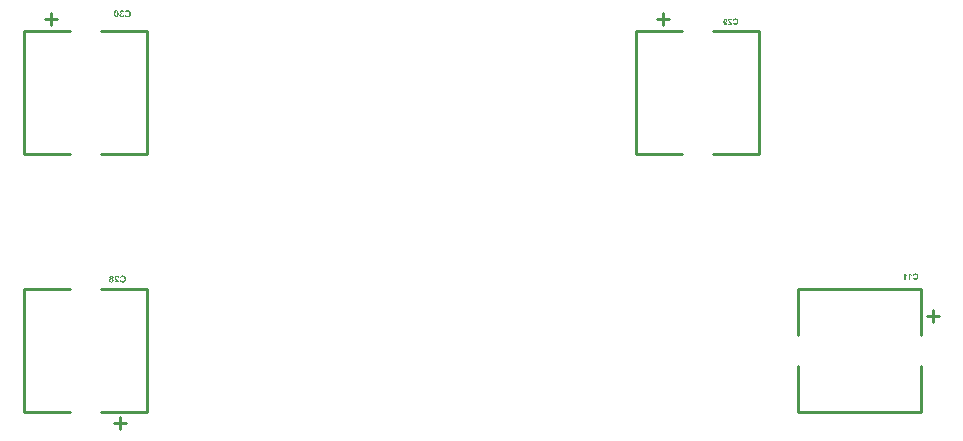
<source format=gbo>
%FSLAX24Y24*%
%MOIN*%
G70*
G01*
G75*
G04 Layer_Color=32896*
%ADD10R,0.0354X0.0315*%
%ADD11R,0.0453X0.0236*%
%ADD12O,0.0827X0.0276*%
%ADD13R,0.0315X0.0354*%
%ADD14R,0.2185X0.2677*%
%ADD15R,0.0394X0.0945*%
%ADD16R,0.2200X0.0830*%
%ADD17R,0.0433X0.0551*%
%ADD18R,0.0551X0.0433*%
%ADD19R,0.0394X0.0512*%
%ADD20R,0.0236X0.0453*%
%ADD21R,0.1575X0.1181*%
%ADD22R,0.0571X0.0236*%
%ADD23R,0.1378X0.0787*%
%ADD24O,0.0827X0.0118*%
%ADD25O,0.0118X0.0827*%
%ADD26R,0.0532X0.0846*%
%ADD27R,0.1350X0.1850*%
%ADD28R,0.0200X0.0940*%
%ADD29R,0.0790X0.0980*%
%ADD30C,0.0080*%
%ADD31C,0.0500*%
%ADD32C,0.0100*%
%ADD33C,0.0120*%
%ADD34C,0.0800*%
%ADD35C,0.0200*%
%ADD36R,0.0591X0.0591*%
%ADD37C,0.0591*%
%ADD38C,0.2000*%
%ADD39R,0.0591X0.0591*%
%ADD40C,0.0394*%
%ADD41R,0.0394X0.0394*%
%ADD42C,0.0984*%
%ADD43C,0.0320*%
%ADD44R,0.1614X0.0787*%
%ADD45R,0.0787X0.1614*%
%ADD46C,0.0098*%
%ADD47C,0.0236*%
%ADD48C,0.0079*%
%ADD49R,0.0434X0.0395*%
%ADD50R,0.0533X0.0316*%
%ADD51O,0.0907X0.0356*%
%ADD52R,0.0395X0.0434*%
%ADD53R,0.2265X0.2757*%
%ADD54R,0.0474X0.1025*%
%ADD55R,0.2280X0.0910*%
%ADD56R,0.0513X0.0631*%
%ADD57R,0.0631X0.0513*%
%ADD58R,0.0474X0.0592*%
%ADD59R,0.0316X0.0533*%
%ADD60R,0.1655X0.1261*%
%ADD61R,0.0651X0.0316*%
%ADD62R,0.1458X0.0867*%
%ADD63R,0.0612X0.0926*%
%ADD64R,0.1430X0.1930*%
%ADD65R,0.0320X0.1060*%
%ADD66R,0.0910X0.1100*%
%ADD67R,0.0671X0.0671*%
%ADD68C,0.0671*%
%ADD69C,0.2080*%
%ADD70R,0.0671X0.0671*%
%ADD71C,0.0514*%
%ADD72R,0.0514X0.0514*%
%ADD73C,0.1064*%
%ADD74C,0.0500*%
%ADD75C,0.0400*%
%ADD76R,0.1694X0.0867*%
%ADD77R,0.0867X0.1694*%
G36*
X19589Y39019D02*
X19595Y39019D01*
X19600Y39018D01*
X19605Y39017D01*
X19610Y39015D01*
X19614Y39014D01*
X19618Y39012D01*
X19621Y39011D01*
X19625Y39009D01*
X19627Y39008D01*
X19629Y39006D01*
X19631Y39005D01*
X19633Y39004D01*
X19634Y39003D01*
X19634Y39003D01*
X19635Y39002D01*
X19638Y38999D01*
X19641Y38996D01*
X19643Y38992D01*
X19645Y38989D01*
X19648Y38981D01*
X19650Y38975D01*
X19652Y38969D01*
X19652Y38966D01*
X19652Y38964D01*
X19653Y38962D01*
Y38961D01*
Y38960D01*
Y38960D01*
X19652Y38954D01*
X19651Y38949D01*
X19650Y38944D01*
X19649Y38940D01*
X19647Y38936D01*
X19646Y38934D01*
X19645Y38932D01*
X19645Y38932D01*
X19642Y38927D01*
X19638Y38923D01*
X19634Y38920D01*
X19629Y38917D01*
X19626Y38915D01*
X19623Y38913D01*
X19621Y38912D01*
X19620Y38912D01*
X19620D01*
X19627Y38908D01*
X19633Y38905D01*
X19638Y38901D01*
X19642Y38897D01*
X19645Y38893D01*
X19648Y38890D01*
X19649Y38888D01*
X19649Y38888D01*
Y38888D01*
X19652Y38882D01*
X19655Y38876D01*
X19656Y38870D01*
X19657Y38864D01*
X19658Y38860D01*
X19658Y38856D01*
Y38855D01*
Y38854D01*
Y38853D01*
Y38853D01*
X19658Y38847D01*
X19657Y38841D01*
X19656Y38835D01*
X19654Y38830D01*
X19653Y38825D01*
X19651Y38821D01*
X19648Y38817D01*
X19646Y38813D01*
X19644Y38810D01*
X19641Y38807D01*
X19639Y38805D01*
X19638Y38803D01*
X19636Y38801D01*
X19635Y38800D01*
X19634Y38800D01*
X19634Y38799D01*
X19630Y38796D01*
X19625Y38794D01*
X19621Y38792D01*
X19617Y38790D01*
X19608Y38787D01*
X19600Y38785D01*
X19596Y38784D01*
X19592Y38784D01*
X19589Y38784D01*
X19587Y38784D01*
X19584Y38783D01*
X19581D01*
X19575Y38784D01*
X19569Y38784D01*
X19564Y38785D01*
X19558Y38786D01*
X19554Y38788D01*
X19549Y38790D01*
X19545Y38791D01*
X19541Y38793D01*
X19538Y38795D01*
X19536Y38797D01*
X19533Y38798D01*
X19531Y38800D01*
X19529Y38801D01*
X19528Y38802D01*
X19528Y38803D01*
X19527Y38803D01*
X19524Y38807D01*
X19521Y38811D01*
X19518Y38815D01*
X19515Y38820D01*
X19513Y38824D01*
X19512Y38828D01*
X19509Y38837D01*
X19508Y38840D01*
X19508Y38844D01*
X19507Y38847D01*
X19507Y38850D01*
X19507Y38852D01*
Y38854D01*
Y38855D01*
Y38855D01*
X19507Y38862D01*
X19508Y38868D01*
X19510Y38874D01*
X19512Y38879D01*
X19513Y38883D01*
X19515Y38886D01*
X19516Y38888D01*
X19517Y38889D01*
X19521Y38894D01*
X19525Y38899D01*
X19530Y38903D01*
X19535Y38906D01*
X19539Y38909D01*
X19542Y38911D01*
X19544Y38911D01*
X19545Y38912D01*
X19546Y38912D01*
X19546D01*
X19540Y38915D01*
X19536Y38918D01*
X19532Y38921D01*
X19529Y38924D01*
X19526Y38927D01*
X19524Y38929D01*
X19523Y38930D01*
X19523Y38931D01*
X19520Y38936D01*
X19518Y38941D01*
X19516Y38946D01*
X19515Y38950D01*
X19514Y38954D01*
X19514Y38957D01*
Y38959D01*
Y38959D01*
Y38960D01*
X19514Y38964D01*
X19515Y38969D01*
X19517Y38977D01*
X19520Y38984D01*
X19523Y38991D01*
X19527Y38996D01*
X19528Y38998D01*
X19529Y38999D01*
X19531Y39001D01*
X19532Y39002D01*
X19532Y39002D01*
X19532Y39002D01*
X19536Y39005D01*
X19540Y39008D01*
X19544Y39010D01*
X19548Y39012D01*
X19556Y39015D01*
X19565Y39017D01*
X19568Y39018D01*
X19572Y39018D01*
X19575Y39019D01*
X19578Y39019D01*
X19580Y39019D01*
X19583D01*
X19589Y39019D01*
D02*
G37*
G36*
X19969Y39022D02*
X19977Y39021D01*
X19985Y39019D01*
X19993Y39017D01*
X19999Y39015D01*
X20006Y39012D01*
X20012Y39009D01*
X20017Y39006D01*
X20022Y39003D01*
X20026Y39000D01*
X20030Y38998D01*
X20033Y38995D01*
X20035Y38993D01*
X20037Y38992D01*
X20038Y38991D01*
X20038Y38990D01*
X20043Y38984D01*
X20048Y38977D01*
X20052Y38970D01*
X20055Y38963D01*
X20058Y38955D01*
X20060Y38948D01*
X20062Y38941D01*
X20064Y38934D01*
X20065Y38927D01*
X20066Y38921D01*
X20067Y38915D01*
X20067Y38910D01*
Y38906D01*
X20068Y38903D01*
Y38901D01*
Y38901D01*
Y38901D01*
X20067Y38891D01*
X20066Y38881D01*
X20065Y38872D01*
X20063Y38864D01*
X20061Y38857D01*
X20058Y38849D01*
X20056Y38843D01*
X20053Y38837D01*
X20050Y38832D01*
X20048Y38827D01*
X20045Y38824D01*
X20043Y38820D01*
X20041Y38818D01*
X20040Y38816D01*
X20039Y38815D01*
X20038Y38815D01*
X20033Y38809D01*
X20027Y38804D01*
X20020Y38800D01*
X20014Y38797D01*
X20008Y38794D01*
X20001Y38791D01*
X19995Y38789D01*
X19990Y38788D01*
X19984Y38786D01*
X19979Y38785D01*
X19974Y38784D01*
X19971Y38784D01*
X19967Y38784D01*
X19965Y38784D01*
X19963D01*
X19956Y38784D01*
X19950Y38784D01*
X19943Y38785D01*
X19938Y38786D01*
X19932Y38788D01*
X19927Y38789D01*
X19923Y38791D01*
X19918Y38793D01*
X19915Y38794D01*
X19911Y38796D01*
X19908Y38797D01*
X19906Y38799D01*
X19904Y38800D01*
X19903Y38801D01*
X19902Y38801D01*
X19902Y38802D01*
X19897Y38805D01*
X19893Y38809D01*
X19886Y38818D01*
X19880Y38828D01*
X19876Y38837D01*
X19873Y38841D01*
X19872Y38845D01*
X19871Y38849D01*
X19869Y38852D01*
X19868Y38854D01*
X19868Y38856D01*
X19867Y38858D01*
Y38858D01*
X19912Y38872D01*
X19915Y38863D01*
X19918Y38855D01*
X19921Y38849D01*
X19924Y38844D01*
X19927Y38840D01*
X19929Y38837D01*
X19931Y38835D01*
X19932Y38835D01*
X19937Y38831D01*
X19942Y38828D01*
X19948Y38826D01*
X19952Y38824D01*
X19957Y38824D01*
X19960Y38823D01*
X19962Y38823D01*
X19963D01*
X19968Y38823D01*
X19972Y38824D01*
X19980Y38826D01*
X19987Y38829D01*
X19993Y38832D01*
X19998Y38836D01*
X20001Y38838D01*
X20002Y38840D01*
X20003Y38841D01*
X20004Y38841D01*
X20004Y38841D01*
X20007Y38845D01*
X20009Y38849D01*
X20011Y38854D01*
X20013Y38859D01*
X20016Y38869D01*
X20018Y38880D01*
X20018Y38885D01*
X20019Y38889D01*
X20019Y38893D01*
Y38897D01*
X20020Y38900D01*
Y38902D01*
Y38904D01*
Y38904D01*
X20019Y38912D01*
X20019Y38919D01*
X20018Y38925D01*
X20017Y38931D01*
X20016Y38936D01*
X20015Y38941D01*
X20013Y38946D01*
X20012Y38950D01*
X20010Y38953D01*
X20009Y38956D01*
X20008Y38958D01*
X20006Y38960D01*
X20005Y38962D01*
X20005Y38963D01*
X20004Y38964D01*
Y38964D01*
X20001Y38967D01*
X19998Y38970D01*
X19994Y38973D01*
X19991Y38975D01*
X19984Y38978D01*
X19977Y38980D01*
X19971Y38982D01*
X19969Y38982D01*
X19967Y38982D01*
X19965Y38983D01*
X19962D01*
X19956Y38982D01*
X19950Y38981D01*
X19944Y38979D01*
X19940Y38977D01*
X19936Y38975D01*
X19933Y38974D01*
X19932Y38972D01*
X19931Y38972D01*
X19927Y38968D01*
X19923Y38963D01*
X19920Y38959D01*
X19917Y38954D01*
X19916Y38950D01*
X19915Y38947D01*
X19914Y38946D01*
Y38945D01*
X19914Y38944D01*
Y38944D01*
X19868Y38955D01*
X19871Y38965D01*
X19875Y38973D01*
X19879Y38980D01*
X19882Y38986D01*
X19886Y38991D01*
X19887Y38993D01*
X19889Y38995D01*
X19890Y38996D01*
X19891Y38997D01*
X19891Y38997D01*
X19891D01*
X19896Y39002D01*
X19902Y39006D01*
X19907Y39009D01*
X19913Y39012D01*
X19919Y39014D01*
X19925Y39016D01*
X19930Y39018D01*
X19936Y39019D01*
X19941Y39020D01*
X19945Y39021D01*
X19949Y39022D01*
X19953Y39022D01*
X19956Y39022D01*
X19960D01*
X19969Y39022D01*
D02*
G37*
G36*
X19767Y39019D02*
X19772Y39019D01*
X19782Y39017D01*
X19791Y39014D01*
X19795Y39013D01*
X19799Y39011D01*
X19802Y39010D01*
X19805Y39008D01*
X19807Y39007D01*
X19809Y39006D01*
X19811Y39005D01*
X19812Y39004D01*
X19813Y39004D01*
X19813Y39003D01*
X19817Y39000D01*
X19820Y38997D01*
X19823Y38993D01*
X19826Y38988D01*
X19830Y38980D01*
X19833Y38971D01*
X19834Y38967D01*
X19835Y38963D01*
X19836Y38960D01*
X19836Y38957D01*
X19837Y38954D01*
Y38953D01*
X19837Y38951D01*
Y38951D01*
X19793Y38947D01*
X19793Y38953D01*
X19791Y38959D01*
X19790Y38964D01*
X19788Y38968D01*
X19787Y38971D01*
X19786Y38973D01*
X19785Y38974D01*
X19784Y38974D01*
X19781Y38977D01*
X19777Y38979D01*
X19774Y38981D01*
X19770Y38982D01*
X19767Y38982D01*
X19764Y38983D01*
X19762D01*
X19757Y38982D01*
X19753Y38981D01*
X19749Y38980D01*
X19746Y38979D01*
X19743Y38977D01*
X19741Y38976D01*
X19740Y38975D01*
X19740Y38975D01*
X19737Y38971D01*
X19735Y38968D01*
X19734Y38964D01*
X19733Y38960D01*
X19732Y38957D01*
X19732Y38954D01*
Y38952D01*
Y38952D01*
Y38952D01*
X19732Y38947D01*
X19733Y38942D01*
X19735Y38937D01*
X19737Y38933D01*
X19738Y38930D01*
X19740Y38927D01*
X19741Y38925D01*
X19741Y38925D01*
X19743Y38923D01*
X19745Y38920D01*
X19747Y38917D01*
X19750Y38915D01*
X19756Y38908D01*
X19762Y38902D01*
X19768Y38896D01*
X19771Y38893D01*
X19773Y38891D01*
X19775Y38889D01*
X19777Y38888D01*
X19778Y38887D01*
X19778Y38887D01*
X19785Y38880D01*
X19791Y38874D01*
X19796Y38869D01*
X19801Y38864D01*
X19806Y38859D01*
X19810Y38854D01*
X19814Y38850D01*
X19817Y38846D01*
X19819Y38843D01*
X19822Y38840D01*
X19824Y38837D01*
X19825Y38835D01*
X19826Y38834D01*
X19827Y38832D01*
X19828Y38832D01*
Y38831D01*
X19832Y38824D01*
X19835Y38816D01*
X19838Y38808D01*
X19840Y38802D01*
X19841Y38796D01*
X19842Y38793D01*
X19842Y38791D01*
X19842Y38790D01*
X19843Y38788D01*
Y38788D01*
Y38788D01*
X19688D01*
Y38828D01*
X19776D01*
X19773Y38833D01*
X19770Y38836D01*
X19769Y38838D01*
X19768Y38839D01*
X19767Y38840D01*
X19767Y38840D01*
X19765Y38842D01*
X19764Y38843D01*
X19760Y38847D01*
X19756Y38851D01*
X19751Y38856D01*
X19747Y38860D01*
X19743Y38863D01*
X19742Y38864D01*
X19741Y38865D01*
X19740Y38866D01*
X19740Y38866D01*
X19733Y38873D01*
X19727Y38879D01*
X19722Y38884D01*
X19718Y38888D01*
X19715Y38891D01*
X19713Y38894D01*
X19711Y38895D01*
X19711Y38896D01*
X19707Y38901D01*
X19703Y38907D01*
X19700Y38912D01*
X19698Y38916D01*
X19696Y38920D01*
X19694Y38923D01*
X19694Y38924D01*
X19693Y38925D01*
X19691Y38930D01*
X19690Y38936D01*
X19689Y38941D01*
X19688Y38945D01*
X19688Y38949D01*
X19688Y38952D01*
Y38954D01*
Y38955D01*
X19688Y38960D01*
X19689Y38965D01*
X19689Y38969D01*
X19691Y38974D01*
X19694Y38981D01*
X19697Y38988D01*
X19699Y38991D01*
X19701Y38993D01*
X19703Y38996D01*
X19704Y38997D01*
X19706Y38999D01*
X19706Y39000D01*
X19707Y39000D01*
X19707Y39001D01*
X19711Y39004D01*
X19715Y39007D01*
X19719Y39009D01*
X19724Y39011D01*
X19733Y39015D01*
X19741Y39017D01*
X19745Y39018D01*
X19749Y39018D01*
X19752Y39019D01*
X19755Y39019D01*
X19758Y39019D01*
X19761D01*
X19767Y39019D01*
D02*
G37*
G36*
X19751Y47861D02*
X19757Y47861D01*
X19763Y47859D01*
X19768Y47858D01*
X19772Y47856D01*
X19777Y47854D01*
X19780Y47852D01*
X19784Y47850D01*
X19787Y47847D01*
X19790Y47845D01*
X19792Y47843D01*
X19794Y47841D01*
X19796Y47840D01*
X19797Y47839D01*
X19797Y47838D01*
X19798Y47838D01*
X19802Y47832D01*
X19805Y47825D01*
X19808Y47818D01*
X19811Y47811D01*
X19813Y47803D01*
X19815Y47796D01*
X19816Y47788D01*
X19817Y47780D01*
X19818Y47773D01*
X19819Y47766D01*
X19819Y47760D01*
X19820Y47755D01*
X19820Y47750D01*
Y47747D01*
Y47746D01*
Y47745D01*
Y47744D01*
Y47744D01*
X19820Y47732D01*
X19819Y47721D01*
X19818Y47711D01*
X19817Y47701D01*
X19815Y47693D01*
X19814Y47685D01*
X19812Y47679D01*
X19810Y47673D01*
X19808Y47668D01*
X19806Y47663D01*
X19804Y47659D01*
X19803Y47656D01*
X19802Y47654D01*
X19801Y47653D01*
X19800Y47652D01*
X19800Y47651D01*
X19796Y47647D01*
X19791Y47643D01*
X19787Y47639D01*
X19782Y47637D01*
X19778Y47634D01*
X19773Y47632D01*
X19769Y47630D01*
X19765Y47629D01*
X19761Y47628D01*
X19757Y47627D01*
X19754Y47626D01*
X19751Y47626D01*
X19749D01*
X19747Y47626D01*
X19745D01*
X19739Y47626D01*
X19734Y47627D01*
X19728Y47628D01*
X19723Y47629D01*
X19719Y47631D01*
X19714Y47633D01*
X19711Y47635D01*
X19707Y47638D01*
X19704Y47640D01*
X19701Y47642D01*
X19699Y47644D01*
X19697Y47646D01*
X19695Y47647D01*
X19694Y47648D01*
X19694Y47649D01*
X19693Y47649D01*
X19689Y47655D01*
X19686Y47662D01*
X19683Y47669D01*
X19680Y47676D01*
X19678Y47684D01*
X19676Y47692D01*
X19675Y47700D01*
X19673Y47707D01*
X19673Y47715D01*
X19672Y47721D01*
X19671Y47728D01*
X19671Y47733D01*
X19671Y47737D01*
Y47741D01*
Y47742D01*
Y47743D01*
Y47743D01*
Y47744D01*
X19671Y47756D01*
X19672Y47767D01*
X19673Y47777D01*
X19674Y47786D01*
X19676Y47794D01*
X19678Y47802D01*
X19680Y47809D01*
X19682Y47815D01*
X19684Y47821D01*
X19686Y47825D01*
X19688Y47829D01*
X19690Y47832D01*
X19691Y47835D01*
X19692Y47836D01*
X19693Y47837D01*
X19693Y47838D01*
X19697Y47842D01*
X19701Y47846D01*
X19705Y47849D01*
X19710Y47852D01*
X19714Y47854D01*
X19718Y47856D01*
X19722Y47857D01*
X19727Y47859D01*
X19730Y47860D01*
X19734Y47860D01*
X19737Y47861D01*
X19740Y47861D01*
X19742Y47862D01*
X19745D01*
X19751Y47861D01*
D02*
G37*
G36*
X20131Y47864D02*
X20140Y47863D01*
X20147Y47862D01*
X20155Y47860D01*
X20162Y47857D01*
X20168Y47855D01*
X20174Y47852D01*
X20179Y47849D01*
X20184Y47846D01*
X20188Y47843D01*
X20192Y47840D01*
X20195Y47838D01*
X20197Y47836D01*
X20199Y47834D01*
X20200Y47833D01*
X20200Y47833D01*
X20206Y47826D01*
X20210Y47820D01*
X20214Y47813D01*
X20217Y47805D01*
X20220Y47798D01*
X20223Y47791D01*
X20225Y47783D01*
X20226Y47776D01*
X20228Y47769D01*
X20228Y47763D01*
X20229Y47758D01*
X20230Y47753D01*
Y47749D01*
X20230Y47746D01*
Y47744D01*
Y47744D01*
Y47743D01*
X20230Y47733D01*
X20229Y47724D01*
X20227Y47715D01*
X20225Y47707D01*
X20223Y47699D01*
X20221Y47692D01*
X20218Y47686D01*
X20215Y47680D01*
X20213Y47675D01*
X20210Y47670D01*
X20207Y47666D01*
X20205Y47663D01*
X20203Y47661D01*
X20202Y47659D01*
X20201Y47658D01*
X20201Y47657D01*
X20195Y47652D01*
X20189Y47647D01*
X20183Y47643D01*
X20176Y47639D01*
X20170Y47636D01*
X20164Y47634D01*
X20158Y47632D01*
X20152Y47630D01*
X20146Y47629D01*
X20141Y47628D01*
X20137Y47627D01*
X20133Y47627D01*
X20130Y47626D01*
X20127Y47626D01*
X20125D01*
X20118Y47626D01*
X20112Y47627D01*
X20106Y47628D01*
X20100Y47629D01*
X20095Y47630D01*
X20090Y47632D01*
X20085Y47633D01*
X20081Y47635D01*
X20077Y47637D01*
X20074Y47639D01*
X20071Y47640D01*
X20069Y47641D01*
X20066Y47643D01*
X20065Y47644D01*
X20064Y47644D01*
X20064Y47644D01*
X20060Y47648D01*
X20056Y47652D01*
X20049Y47661D01*
X20043Y47670D01*
X20038Y47679D01*
X20036Y47684D01*
X20034Y47688D01*
X20033Y47691D01*
X20032Y47694D01*
X20031Y47697D01*
X20030Y47699D01*
X20030Y47700D01*
Y47701D01*
X20075Y47715D01*
X20077Y47706D01*
X20080Y47698D01*
X20083Y47692D01*
X20087Y47686D01*
X20089Y47682D01*
X20092Y47680D01*
X20093Y47678D01*
X20094Y47677D01*
X20099Y47673D01*
X20105Y47671D01*
X20110Y47669D01*
X20115Y47667D01*
X20119Y47666D01*
X20123Y47666D01*
X20124Y47666D01*
X20126D01*
X20130Y47666D01*
X20135Y47666D01*
X20143Y47669D01*
X20150Y47671D01*
X20155Y47675D01*
X20160Y47678D01*
X20163Y47681D01*
X20165Y47682D01*
X20166Y47683D01*
X20166Y47684D01*
X20166Y47684D01*
X20169Y47688D01*
X20171Y47692D01*
X20174Y47697D01*
X20175Y47702D01*
X20178Y47712D01*
X20180Y47722D01*
X20181Y47727D01*
X20181Y47732D01*
X20182Y47736D01*
Y47740D01*
X20182Y47742D01*
Y47745D01*
Y47746D01*
Y47747D01*
X20182Y47754D01*
X20181Y47761D01*
X20181Y47768D01*
X20180Y47774D01*
X20178Y47779D01*
X20177Y47784D01*
X20176Y47788D01*
X20174Y47792D01*
X20173Y47796D01*
X20171Y47799D01*
X20170Y47801D01*
X20169Y47803D01*
X20168Y47804D01*
X20167Y47805D01*
X20166Y47806D01*
Y47806D01*
X20163Y47810D01*
X20160Y47813D01*
X20157Y47815D01*
X20153Y47817D01*
X20146Y47820D01*
X20139Y47823D01*
X20134Y47824D01*
X20131Y47824D01*
X20129Y47825D01*
X20127Y47825D01*
X20125D01*
X20118Y47825D01*
X20112Y47823D01*
X20107Y47822D01*
X20102Y47820D01*
X20098Y47818D01*
X20096Y47816D01*
X20094Y47815D01*
X20093Y47814D01*
X20089Y47810D01*
X20085Y47806D01*
X20082Y47801D01*
X20080Y47797D01*
X20078Y47793D01*
X20077Y47790D01*
X20076Y47788D01*
Y47787D01*
X20076Y47787D01*
Y47787D01*
X20030Y47797D01*
X20034Y47807D01*
X20037Y47815D01*
X20041Y47823D01*
X20045Y47829D01*
X20049Y47833D01*
X20050Y47835D01*
X20051Y47837D01*
X20052Y47838D01*
X20053Y47839D01*
X20054Y47840D01*
X20054D01*
X20059Y47844D01*
X20064Y47848D01*
X20070Y47851D01*
X20075Y47854D01*
X20081Y47857D01*
X20087Y47859D01*
X20093Y47860D01*
X20098Y47862D01*
X20103Y47863D01*
X20108Y47863D01*
X20112Y47864D01*
X20115Y47864D01*
X20118Y47865D01*
X20122D01*
X20131Y47864D01*
D02*
G37*
G36*
X19934Y47861D02*
X19940Y47861D01*
X19946Y47859D01*
X19951Y47858D01*
X19955Y47857D01*
X19958Y47855D01*
X19960Y47855D01*
X19961Y47854D01*
X19961D01*
X19966Y47851D01*
X19971Y47848D01*
X19975Y47845D01*
X19979Y47842D01*
X19981Y47839D01*
X19983Y47836D01*
X19985Y47835D01*
X19985Y47834D01*
X19988Y47829D01*
X19991Y47824D01*
X19993Y47818D01*
X19995Y47813D01*
X19996Y47808D01*
X19997Y47804D01*
X19997Y47803D01*
Y47802D01*
X19998Y47801D01*
Y47801D01*
X19957Y47794D01*
X19956Y47800D01*
X19955Y47804D01*
X19953Y47808D01*
X19952Y47811D01*
X19950Y47814D01*
X19949Y47816D01*
X19948Y47817D01*
X19947Y47817D01*
X19944Y47820D01*
X19941Y47822D01*
X19938Y47823D01*
X19935Y47824D01*
X19932Y47825D01*
X19930Y47825D01*
X19928D01*
X19924Y47825D01*
X19920Y47824D01*
X19917Y47823D01*
X19914Y47822D01*
X19912Y47820D01*
X19911Y47819D01*
X19910Y47818D01*
X19909Y47818D01*
X19907Y47815D01*
X19905Y47812D01*
X19904Y47809D01*
X19903Y47806D01*
X19903Y47803D01*
X19902Y47801D01*
Y47800D01*
Y47800D01*
X19903Y47794D01*
X19904Y47790D01*
X19905Y47787D01*
X19907Y47784D01*
X19909Y47781D01*
X19910Y47779D01*
X19912Y47778D01*
X19912Y47778D01*
X19916Y47775D01*
X19920Y47773D01*
X19925Y47772D01*
X19929Y47771D01*
X19933Y47770D01*
X19937Y47770D01*
X19940D01*
X19944Y47734D01*
X19940Y47735D01*
X19936Y47736D01*
X19933Y47737D01*
X19930Y47737D01*
X19927Y47738D01*
X19924D01*
X19919Y47737D01*
X19915Y47736D01*
X19912Y47735D01*
X19908Y47733D01*
X19906Y47731D01*
X19904Y47729D01*
X19903Y47728D01*
X19902Y47728D01*
X19899Y47724D01*
X19897Y47719D01*
X19895Y47715D01*
X19894Y47711D01*
X19893Y47707D01*
X19893Y47704D01*
Y47702D01*
Y47701D01*
Y47701D01*
X19893Y47695D01*
X19894Y47689D01*
X19896Y47684D01*
X19898Y47680D01*
X19900Y47677D01*
X19901Y47675D01*
X19902Y47673D01*
X19903Y47673D01*
X19906Y47669D01*
X19910Y47667D01*
X19914Y47665D01*
X19918Y47664D01*
X19921Y47663D01*
X19923Y47663D01*
X19925Y47662D01*
X19926D01*
X19930Y47663D01*
X19934Y47664D01*
X19938Y47665D01*
X19941Y47667D01*
X19944Y47668D01*
X19946Y47669D01*
X19947Y47670D01*
X19947Y47671D01*
X19950Y47674D01*
X19953Y47678D01*
X19955Y47683D01*
X19956Y47687D01*
X19957Y47690D01*
X19958Y47693D01*
X19958Y47695D01*
Y47696D01*
Y47696D01*
X20001Y47691D01*
X20000Y47685D01*
X19999Y47680D01*
X19996Y47671D01*
X19992Y47663D01*
X19990Y47660D01*
X19988Y47656D01*
X19986Y47653D01*
X19984Y47651D01*
X19982Y47649D01*
X19981Y47647D01*
X19979Y47646D01*
X19978Y47645D01*
X19978Y47644D01*
X19977Y47644D01*
X19973Y47641D01*
X19969Y47638D01*
X19965Y47635D01*
X19960Y47633D01*
X19952Y47630D01*
X19944Y47628D01*
X19940Y47627D01*
X19936Y47627D01*
X19933Y47626D01*
X19931Y47626D01*
X19928Y47626D01*
X19925D01*
X19919Y47626D01*
X19913Y47627D01*
X19908Y47628D01*
X19903Y47629D01*
X19898Y47631D01*
X19893Y47632D01*
X19889Y47634D01*
X19885Y47636D01*
X19882Y47638D01*
X19879Y47640D01*
X19876Y47642D01*
X19874Y47644D01*
X19872Y47645D01*
X19871Y47646D01*
X19870Y47647D01*
X19870Y47647D01*
X19866Y47651D01*
X19863Y47655D01*
X19860Y47660D01*
X19857Y47664D01*
X19855Y47669D01*
X19853Y47673D01*
X19850Y47681D01*
X19850Y47685D01*
X19849Y47688D01*
X19848Y47691D01*
X19848Y47694D01*
X19848Y47696D01*
Y47698D01*
Y47699D01*
Y47699D01*
X19848Y47707D01*
X19850Y47713D01*
X19851Y47720D01*
X19854Y47725D01*
X19856Y47729D01*
X19858Y47732D01*
X19859Y47734D01*
X19860Y47735D01*
X19864Y47740D01*
X19870Y47744D01*
X19875Y47747D01*
X19880Y47750D01*
X19884Y47752D01*
X19888Y47753D01*
X19889Y47754D01*
X19890D01*
X19891Y47754D01*
X19891D01*
X19885Y47758D01*
X19880Y47761D01*
X19876Y47765D01*
X19872Y47769D01*
X19869Y47773D01*
X19866Y47777D01*
X19864Y47781D01*
X19862Y47785D01*
X19861Y47789D01*
X19860Y47792D01*
X19859Y47795D01*
X19859Y47797D01*
X19858Y47800D01*
X19858Y47801D01*
Y47802D01*
Y47802D01*
X19858Y47806D01*
X19859Y47810D01*
X19861Y47817D01*
X19863Y47824D01*
X19866Y47830D01*
X19869Y47834D01*
X19872Y47838D01*
X19873Y47839D01*
X19874Y47840D01*
X19874Y47840D01*
X19874Y47841D01*
X19878Y47844D01*
X19882Y47848D01*
X19886Y47850D01*
X19891Y47853D01*
X19895Y47855D01*
X19900Y47857D01*
X19908Y47859D01*
X19912Y47860D01*
X19915Y47861D01*
X19918Y47861D01*
X19921Y47861D01*
X19924Y47862D01*
X19927D01*
X19934Y47861D01*
D02*
G37*
G36*
X40392Y47588D02*
X40400Y47587D01*
X40407Y47586D01*
X40413Y47584D01*
X40419Y47582D01*
X40425Y47580D01*
X40430Y47577D01*
X40435Y47574D01*
X40439Y47572D01*
X40443Y47569D01*
X40446Y47567D01*
X40449Y47565D01*
X40451Y47563D01*
X40452Y47561D01*
X40453Y47561D01*
X40454Y47560D01*
X40458Y47555D01*
X40462Y47549D01*
X40466Y47543D01*
X40469Y47536D01*
X40471Y47529D01*
X40473Y47523D01*
X40475Y47516D01*
X40477Y47510D01*
X40478Y47504D01*
X40479Y47498D01*
X40479Y47493D01*
X40480Y47489D01*
Y47486D01*
X40480Y47483D01*
Y47481D01*
Y47481D01*
Y47481D01*
X40480Y47472D01*
X40479Y47463D01*
X40478Y47455D01*
X40476Y47448D01*
X40474Y47442D01*
X40472Y47435D01*
X40469Y47429D01*
X40467Y47424D01*
X40465Y47420D01*
X40462Y47416D01*
X40460Y47412D01*
X40458Y47409D01*
X40456Y47407D01*
X40455Y47405D01*
X40454Y47405D01*
X40454Y47404D01*
X40449Y47399D01*
X40444Y47395D01*
X40438Y47391D01*
X40432Y47388D01*
X40427Y47386D01*
X40421Y47383D01*
X40416Y47381D01*
X40411Y47380D01*
X40406Y47379D01*
X40401Y47378D01*
X40397Y47377D01*
X40394Y47377D01*
X40391Y47377D01*
X40389Y47376D01*
X40387D01*
X40381Y47377D01*
X40375Y47377D01*
X40370Y47378D01*
X40365Y47379D01*
X40360Y47380D01*
X40355Y47381D01*
X40351Y47383D01*
X40347Y47385D01*
X40344Y47386D01*
X40341Y47388D01*
X40339Y47389D01*
X40336Y47390D01*
X40335Y47391D01*
X40333Y47392D01*
X40333Y47392D01*
X40333Y47393D01*
X40329Y47396D01*
X40325Y47400D01*
X40319Y47408D01*
X40313Y47416D01*
X40309Y47424D01*
X40307Y47428D01*
X40306Y47431D01*
X40305Y47434D01*
X40304Y47437D01*
X40303Y47439D01*
X40302Y47441D01*
X40302Y47442D01*
Y47443D01*
X40342Y47455D01*
X40344Y47447D01*
X40347Y47440D01*
X40350Y47435D01*
X40353Y47430D01*
X40355Y47426D01*
X40357Y47424D01*
X40359Y47423D01*
X40359Y47422D01*
X40364Y47418D01*
X40369Y47416D01*
X40373Y47414D01*
X40378Y47413D01*
X40381Y47412D01*
X40385Y47412D01*
X40386Y47412D01*
X40387D01*
X40392Y47412D01*
X40395Y47412D01*
X40402Y47414D01*
X40409Y47417D01*
X40414Y47420D01*
X40418Y47423D01*
X40421Y47425D01*
X40422Y47426D01*
X40423Y47427D01*
X40423Y47428D01*
X40423Y47428D01*
X40426Y47431D01*
X40428Y47435D01*
X40430Y47439D01*
X40431Y47444D01*
X40434Y47453D01*
X40436Y47462D01*
X40436Y47466D01*
X40436Y47470D01*
X40437Y47474D01*
Y47477D01*
X40437Y47480D01*
Y47482D01*
Y47483D01*
Y47484D01*
X40437Y47490D01*
X40437Y47497D01*
X40436Y47502D01*
X40435Y47508D01*
X40434Y47512D01*
X40433Y47517D01*
X40432Y47521D01*
X40430Y47524D01*
X40429Y47527D01*
X40428Y47530D01*
X40427Y47532D01*
X40426Y47534D01*
X40425Y47535D01*
X40424Y47536D01*
X40423Y47537D01*
Y47537D01*
X40421Y47540D01*
X40418Y47543D01*
X40415Y47545D01*
X40412Y47546D01*
X40405Y47549D01*
X40399Y47551D01*
X40394Y47553D01*
X40392Y47553D01*
X40390Y47553D01*
X40389Y47553D01*
X40386D01*
X40381Y47553D01*
X40375Y47552D01*
X40370Y47551D01*
X40366Y47549D01*
X40363Y47547D01*
X40361Y47545D01*
X40359Y47544D01*
X40359Y47544D01*
X40355Y47540D01*
X40351Y47536D01*
X40349Y47532D01*
X40346Y47528D01*
X40345Y47524D01*
X40344Y47522D01*
X40344Y47521D01*
Y47520D01*
X40343Y47519D01*
Y47519D01*
X40302Y47529D01*
X40305Y47537D01*
X40309Y47545D01*
X40312Y47551D01*
X40315Y47557D01*
X40319Y47561D01*
X40320Y47563D01*
X40321Y47564D01*
X40322Y47565D01*
X40323Y47566D01*
X40323Y47566D01*
X40323D01*
X40328Y47570D01*
X40333Y47574D01*
X40338Y47577D01*
X40343Y47579D01*
X40348Y47582D01*
X40353Y47583D01*
X40358Y47585D01*
X40363Y47586D01*
X40367Y47587D01*
X40371Y47587D01*
X40375Y47588D01*
X40378Y47588D01*
X40381Y47589D01*
X40384D01*
X40392Y47588D01*
D02*
G37*
G36*
X46392Y39088D02*
X46400Y39088D01*
X46407Y39086D01*
X46413Y39084D01*
X46419Y39082D01*
X46425Y39080D01*
X46430Y39077D01*
X46435Y39074D01*
X46439Y39072D01*
X46443Y39069D01*
X46446Y39067D01*
X46449Y39065D01*
X46451Y39063D01*
X46452Y39061D01*
X46453Y39061D01*
X46454Y39060D01*
X46458Y39055D01*
X46462Y39049D01*
X46466Y39042D01*
X46469Y39036D01*
X46471Y39029D01*
X46473Y39023D01*
X46475Y39016D01*
X46477Y39010D01*
X46478Y39004D01*
X46479Y38998D01*
X46479Y38993D01*
X46480Y38989D01*
Y38986D01*
X46480Y38983D01*
Y38981D01*
Y38981D01*
Y38981D01*
X46480Y38972D01*
X46479Y38963D01*
X46478Y38955D01*
X46476Y38948D01*
X46474Y38942D01*
X46472Y38935D01*
X46469Y38929D01*
X46467Y38924D01*
X46465Y38920D01*
X46462Y38916D01*
X46460Y38912D01*
X46458Y38909D01*
X46456Y38907D01*
X46455Y38905D01*
X46454Y38905D01*
X46454Y38904D01*
X46449Y38899D01*
X46444Y38895D01*
X46438Y38891D01*
X46432Y38888D01*
X46427Y38886D01*
X46421Y38883D01*
X46416Y38881D01*
X46411Y38880D01*
X46406Y38879D01*
X46401Y38878D01*
X46397Y38877D01*
X46394Y38877D01*
X46391Y38877D01*
X46389Y38876D01*
X46387D01*
X46381Y38877D01*
X46375Y38877D01*
X46370Y38878D01*
X46365Y38879D01*
X46360Y38880D01*
X46355Y38881D01*
X46351Y38883D01*
X46347Y38885D01*
X46344Y38886D01*
X46341Y38888D01*
X46339Y38889D01*
X46336Y38890D01*
X46335Y38891D01*
X46333Y38892D01*
X46333Y38892D01*
X46333Y38893D01*
X46329Y38896D01*
X46325Y38900D01*
X46319Y38908D01*
X46313Y38916D01*
X46309Y38924D01*
X46307Y38928D01*
X46306Y38931D01*
X46305Y38934D01*
X46304Y38937D01*
X46303Y38939D01*
X46302Y38941D01*
X46302Y38942D01*
Y38943D01*
X46342Y38955D01*
X46344Y38947D01*
X46347Y38940D01*
X46350Y38935D01*
X46353Y38930D01*
X46355Y38926D01*
X46357Y38924D01*
X46359Y38923D01*
X46359Y38922D01*
X46364Y38918D01*
X46369Y38916D01*
X46373Y38914D01*
X46378Y38913D01*
X46381Y38912D01*
X46385Y38912D01*
X46386Y38912D01*
X46387D01*
X46392Y38912D01*
X46395Y38912D01*
X46402Y38914D01*
X46409Y38917D01*
X46414Y38920D01*
X46418Y38923D01*
X46421Y38925D01*
X46422Y38926D01*
X46423Y38927D01*
X46423Y38928D01*
X46423Y38928D01*
X46426Y38931D01*
X46428Y38935D01*
X46430Y38939D01*
X46431Y38944D01*
X46434Y38953D01*
X46436Y38962D01*
X46436Y38966D01*
X46436Y38970D01*
X46437Y38974D01*
Y38977D01*
X46437Y38980D01*
Y38982D01*
Y38983D01*
Y38984D01*
X46437Y38990D01*
X46437Y38997D01*
X46436Y39002D01*
X46435Y39008D01*
X46434Y39012D01*
X46433Y39017D01*
X46432Y39021D01*
X46430Y39024D01*
X46429Y39027D01*
X46428Y39030D01*
X46427Y39032D01*
X46426Y39034D01*
X46425Y39035D01*
X46424Y39036D01*
X46423Y39037D01*
Y39037D01*
X46421Y39040D01*
X46418Y39042D01*
X46415Y39045D01*
X46412Y39046D01*
X46405Y39049D01*
X46399Y39051D01*
X46394Y39053D01*
X46392Y39053D01*
X46390Y39053D01*
X46389Y39053D01*
X46386D01*
X46381Y39053D01*
X46375Y39052D01*
X46370Y39051D01*
X46366Y39049D01*
X46363Y39047D01*
X46361Y39045D01*
X46359Y39044D01*
X46359Y39044D01*
X46355Y39040D01*
X46351Y39036D01*
X46349Y39032D01*
X46347Y39028D01*
X46345Y39024D01*
X46344Y39022D01*
X46344Y39021D01*
Y39020D01*
X46343Y39019D01*
Y39019D01*
X46302Y39029D01*
X46305Y39037D01*
X46309Y39045D01*
X46312Y39051D01*
X46315Y39057D01*
X46319Y39061D01*
X46320Y39063D01*
X46321Y39064D01*
X46322Y39065D01*
X46323Y39066D01*
X46323Y39066D01*
X46323D01*
X46328Y39070D01*
X46333Y39074D01*
X46338Y39077D01*
X46343Y39079D01*
X46348Y39082D01*
X46353Y39083D01*
X46358Y39085D01*
X46363Y39086D01*
X46367Y39087D01*
X46371Y39088D01*
X46375Y39088D01*
X46378Y39088D01*
X46381Y39089D01*
X46384D01*
X46392Y39088D01*
D02*
G37*
G36*
X40212Y47586D02*
X40217Y47585D01*
X40226Y47584D01*
X40234Y47582D01*
X40238Y47580D01*
X40241Y47579D01*
X40244Y47578D01*
X40246Y47576D01*
X40249Y47575D01*
X40250Y47574D01*
X40252Y47573D01*
X40253Y47572D01*
X40253Y47572D01*
X40254Y47572D01*
X40257Y47569D01*
X40260Y47566D01*
X40262Y47562D01*
X40265Y47558D01*
X40268Y47551D01*
X40271Y47543D01*
X40272Y47540D01*
X40273Y47536D01*
X40274Y47533D01*
X40274Y47531D01*
X40275Y47528D01*
Y47527D01*
X40275Y47526D01*
Y47525D01*
X40236Y47521D01*
X40236Y47527D01*
X40234Y47532D01*
X40233Y47537D01*
X40232Y47540D01*
X40230Y47543D01*
X40229Y47545D01*
X40228Y47546D01*
X40228Y47546D01*
X40225Y47548D01*
X40222Y47550D01*
X40219Y47552D01*
X40215Y47553D01*
X40213Y47553D01*
X40210Y47553D01*
X40208D01*
X40204Y47553D01*
X40200Y47552D01*
X40197Y47551D01*
X40194Y47550D01*
X40192Y47549D01*
X40190Y47548D01*
X40189Y47547D01*
X40189Y47546D01*
X40186Y47543D01*
X40185Y47540D01*
X40183Y47537D01*
X40183Y47534D01*
X40182Y47531D01*
X40182Y47528D01*
Y47527D01*
Y47526D01*
Y47526D01*
X40182Y47521D01*
X40183Y47517D01*
X40184Y47513D01*
X40186Y47510D01*
X40187Y47506D01*
X40189Y47504D01*
X40190Y47503D01*
X40190Y47502D01*
X40191Y47500D01*
X40193Y47498D01*
X40195Y47495D01*
X40198Y47493D01*
X40203Y47487D01*
X40208Y47482D01*
X40214Y47477D01*
X40216Y47474D01*
X40218Y47472D01*
X40220Y47471D01*
X40221Y47469D01*
X40222Y47469D01*
X40222Y47468D01*
X40228Y47463D01*
X40234Y47457D01*
X40239Y47452D01*
X40243Y47448D01*
X40247Y47443D01*
X40251Y47439D01*
X40254Y47436D01*
X40257Y47432D01*
X40259Y47429D01*
X40261Y47426D01*
X40263Y47424D01*
X40264Y47422D01*
X40265Y47421D01*
X40266Y47420D01*
X40267Y47419D01*
Y47419D01*
X40270Y47412D01*
X40273Y47405D01*
X40276Y47399D01*
X40278Y47393D01*
X40279Y47387D01*
X40279Y47385D01*
X40279Y47384D01*
X40280Y47382D01*
X40280Y47381D01*
Y47380D01*
Y47380D01*
X40142D01*
Y47416D01*
X40220D01*
X40218Y47420D01*
X40215Y47424D01*
X40214Y47425D01*
X40213Y47426D01*
X40213Y47427D01*
X40212Y47427D01*
X40211Y47428D01*
X40210Y47430D01*
X40206Y47433D01*
X40203Y47437D01*
X40199Y47441D01*
X40195Y47444D01*
X40192Y47447D01*
X40191Y47448D01*
X40190Y47449D01*
X40189Y47450D01*
X40189Y47450D01*
X40182Y47456D01*
X40177Y47461D01*
X40172Y47466D01*
X40169Y47469D01*
X40166Y47472D01*
X40164Y47474D01*
X40163Y47476D01*
X40163Y47476D01*
X40159Y47481D01*
X40156Y47486D01*
X40153Y47490D01*
X40151Y47494D01*
X40149Y47498D01*
X40148Y47500D01*
X40148Y47502D01*
X40147Y47502D01*
X40146Y47507D01*
X40144Y47512D01*
X40143Y47516D01*
X40143Y47520D01*
X40143Y47524D01*
X40142Y47526D01*
Y47528D01*
Y47529D01*
X40143Y47533D01*
X40143Y47537D01*
X40144Y47542D01*
X40145Y47545D01*
X40148Y47552D01*
X40151Y47558D01*
X40153Y47561D01*
X40154Y47563D01*
X40156Y47565D01*
X40157Y47566D01*
X40158Y47568D01*
X40159Y47569D01*
X40159Y47569D01*
X40160Y47569D01*
X40163Y47572D01*
X40167Y47575D01*
X40170Y47577D01*
X40175Y47579D01*
X40182Y47582D01*
X40190Y47584D01*
X40193Y47585D01*
X40197Y47585D01*
X40200Y47585D01*
X40202Y47586D01*
X40204Y47586D01*
X40207D01*
X40212Y47586D01*
D02*
G37*
G36*
X46209Y39079D02*
X46213Y39073D01*
X46217Y39067D01*
X46222Y39062D01*
X46225Y39058D01*
X46228Y39056D01*
X46230Y39054D01*
X46230Y39053D01*
X46231Y39053D01*
X46231Y39053D01*
X46238Y39048D01*
X46244Y39044D01*
X46250Y39041D01*
X46255Y39038D01*
X46259Y39037D01*
X46262Y39035D01*
X46263Y39035D01*
X46264Y39035D01*
X46264Y39034D01*
X46265D01*
Y38999D01*
X46254Y39003D01*
X46244Y39007D01*
X46240Y39010D01*
X46236Y39012D01*
X46232Y39015D01*
X46228Y39017D01*
X46225Y39019D01*
X46222Y39021D01*
X46220Y39023D01*
X46218Y39025D01*
X46216Y39027D01*
X46215Y39027D01*
X46214Y39028D01*
X46214Y39028D01*
Y38880D01*
X46175D01*
Y39086D01*
X46206D01*
X46209Y39079D01*
D02*
G37*
G36*
X46050D02*
X46054Y39073D01*
X46058Y39067D01*
X46062Y39062D01*
X46066Y39058D01*
X46069Y39056D01*
X46070Y39054D01*
X46071Y39053D01*
X46072Y39053D01*
X46072Y39053D01*
X46079Y39048D01*
X46085Y39044D01*
X46090Y39041D01*
X46095Y39038D01*
X46100Y39037D01*
X46103Y39035D01*
X46104Y39035D01*
X46105Y39035D01*
X46105Y39034D01*
X46105D01*
Y38999D01*
X46095Y39003D01*
X46085Y39007D01*
X46081Y39010D01*
X46077Y39012D01*
X46073Y39015D01*
X46069Y39017D01*
X46066Y39019D01*
X46063Y39021D01*
X46061Y39023D01*
X46059Y39025D01*
X46057Y39027D01*
X46056Y39027D01*
X46055Y39028D01*
X46055Y39028D01*
Y38880D01*
X46015D01*
Y39086D01*
X46047D01*
X46050Y39079D01*
D02*
G37*
G36*
X40058Y47586D02*
X40063Y47585D01*
X40068Y47584D01*
X40072Y47583D01*
X40077Y47582D01*
X40080Y47580D01*
X40084Y47578D01*
X40087Y47577D01*
X40090Y47574D01*
X40093Y47573D01*
X40095Y47571D01*
X40097Y47570D01*
X40098Y47569D01*
X40099Y47568D01*
X40100Y47567D01*
X40100Y47567D01*
X40103Y47563D01*
X40106Y47559D01*
X40109Y47555D01*
X40111Y47551D01*
X40113Y47547D01*
X40114Y47542D01*
X40116Y47534D01*
X40117Y47531D01*
X40118Y47527D01*
X40118Y47524D01*
X40118Y47521D01*
X40119Y47519D01*
Y47518D01*
Y47516D01*
Y47516D01*
X40118Y47511D01*
X40118Y47505D01*
X40117Y47500D01*
X40116Y47496D01*
X40114Y47492D01*
X40113Y47488D01*
X40111Y47484D01*
X40110Y47481D01*
X40108Y47478D01*
X40107Y47475D01*
X40105Y47473D01*
X40104Y47471D01*
X40103Y47470D01*
X40102Y47469D01*
X40101Y47468D01*
X40101Y47468D01*
X40098Y47464D01*
X40094Y47461D01*
X40091Y47459D01*
X40087Y47457D01*
X40084Y47455D01*
X40080Y47453D01*
X40074Y47451D01*
X40068Y47450D01*
X40066Y47450D01*
X40064Y47449D01*
X40062Y47449D01*
X40060D01*
X40056Y47449D01*
X40052Y47450D01*
X40048Y47450D01*
X40045Y47452D01*
X40038Y47454D01*
X40033Y47458D01*
X40029Y47461D01*
X40027Y47462D01*
X40025Y47463D01*
X40024Y47465D01*
X40023Y47466D01*
X40023Y47466D01*
X40023Y47466D01*
X40023Y47460D01*
X40024Y47454D01*
X40024Y47449D01*
X40025Y47444D01*
X40026Y47440D01*
X40027Y47436D01*
X40028Y47433D01*
X40029Y47430D01*
X40030Y47427D01*
X40031Y47425D01*
X40032Y47423D01*
X40032Y47422D01*
X40033Y47421D01*
X40033Y47420D01*
X40034Y47420D01*
X40037Y47416D01*
X40040Y47413D01*
X40044Y47411D01*
X40047Y47410D01*
X40050Y47409D01*
X40052Y47409D01*
X40053Y47409D01*
X40054D01*
X40057Y47409D01*
X40061Y47410D01*
X40063Y47410D01*
X40065Y47411D01*
X40067Y47412D01*
X40068Y47413D01*
X40069Y47414D01*
X40069Y47414D01*
X40072Y47416D01*
X40073Y47419D01*
X40074Y47422D01*
X40075Y47425D01*
X40076Y47427D01*
X40076Y47429D01*
X40077Y47431D01*
Y47432D01*
X40114Y47427D01*
X40114Y47422D01*
X40112Y47418D01*
X40111Y47414D01*
X40110Y47410D01*
X40108Y47407D01*
X40107Y47404D01*
X40105Y47401D01*
X40103Y47398D01*
X40102Y47396D01*
X40101Y47394D01*
X40099Y47393D01*
X40098Y47391D01*
X40097Y47390D01*
X40096Y47389D01*
X40096Y47389D01*
X40096Y47389D01*
X40093Y47387D01*
X40090Y47385D01*
X40083Y47381D01*
X40077Y47379D01*
X40071Y47378D01*
X40065Y47377D01*
X40063Y47376D01*
X40061D01*
X40059Y47376D01*
X40057D01*
X40051Y47376D01*
X40045Y47377D01*
X40040Y47379D01*
X40034Y47380D01*
X40029Y47382D01*
X40025Y47384D01*
X40021Y47386D01*
X40017Y47389D01*
X40014Y47391D01*
X40011Y47393D01*
X40009Y47395D01*
X40007Y47397D01*
X40005Y47399D01*
X40004Y47400D01*
X40003Y47401D01*
X40003Y47401D01*
X39999Y47406D01*
X39996Y47412D01*
X39993Y47418D01*
X39991Y47424D01*
X39989Y47431D01*
X39987Y47438D01*
X39986Y47444D01*
X39985Y47451D01*
X39984Y47457D01*
X39983Y47463D01*
X39982Y47468D01*
X39982Y47473D01*
X39982Y47477D01*
Y47480D01*
Y47481D01*
Y47482D01*
Y47482D01*
Y47482D01*
X39982Y47492D01*
X39983Y47501D01*
X39984Y47510D01*
X39985Y47518D01*
X39987Y47525D01*
X39988Y47532D01*
X39990Y47537D01*
X39992Y47543D01*
X39994Y47547D01*
X39995Y47551D01*
X39997Y47554D01*
X39999Y47557D01*
X40000Y47559D01*
X40001Y47561D01*
X40002Y47561D01*
X40002Y47562D01*
X40006Y47566D01*
X40010Y47570D01*
X40014Y47573D01*
X40018Y47576D01*
X40023Y47578D01*
X40027Y47580D01*
X40031Y47582D01*
X40035Y47583D01*
X40039Y47584D01*
X40042Y47585D01*
X40045Y47585D01*
X40048Y47586D01*
X40050D01*
X40052Y47586D01*
X40053D01*
X40058Y47586D01*
D02*
G37*
%LPC*%
G36*
X19747Y47825D02*
X19745D01*
X19742Y47825D01*
X19740Y47824D01*
X19737Y47823D01*
X19735Y47822D01*
X19734Y47821D01*
X19733Y47821D01*
X19732Y47820D01*
X19732Y47820D01*
X19729Y47817D01*
X19727Y47814D01*
X19726Y47811D01*
X19724Y47808D01*
X19723Y47804D01*
X19722Y47802D01*
X19722Y47800D01*
X19722Y47800D01*
Y47800D01*
X19721Y47797D01*
X19720Y47793D01*
X19720Y47789D01*
X19719Y47784D01*
X19718Y47775D01*
X19718Y47766D01*
X19718Y47762D01*
Y47757D01*
X19717Y47754D01*
Y47750D01*
Y47748D01*
Y47745D01*
Y47744D01*
Y47744D01*
Y47736D01*
X19718Y47729D01*
Y47723D01*
X19718Y47717D01*
X19718Y47712D01*
X19719Y47707D01*
X19719Y47703D01*
X19720Y47699D01*
X19720Y47696D01*
X19721Y47693D01*
X19721Y47691D01*
X19721Y47689D01*
X19722Y47688D01*
Y47686D01*
X19722Y47686D01*
Y47686D01*
X19723Y47681D01*
X19725Y47677D01*
X19727Y47674D01*
X19728Y47672D01*
X19729Y47670D01*
X19730Y47668D01*
X19731Y47668D01*
X19732Y47667D01*
X19734Y47666D01*
X19736Y47664D01*
X19738Y47664D01*
X19741Y47663D01*
X19742Y47663D01*
X19744Y47662D01*
X19745D01*
X19748Y47663D01*
X19751Y47663D01*
X19753Y47664D01*
X19755Y47665D01*
X19757Y47666D01*
X19758Y47667D01*
X19759Y47667D01*
X19759Y47667D01*
X19761Y47670D01*
X19763Y47673D01*
X19765Y47676D01*
X19767Y47679D01*
X19768Y47682D01*
X19769Y47685D01*
X19769Y47687D01*
X19769Y47687D01*
X19770Y47691D01*
X19771Y47694D01*
X19771Y47698D01*
X19772Y47703D01*
X19772Y47712D01*
X19773Y47721D01*
X19773Y47726D01*
Y47730D01*
X19773Y47734D01*
Y47737D01*
Y47740D01*
Y47742D01*
Y47743D01*
Y47744D01*
Y47751D01*
X19773Y47758D01*
Y47764D01*
X19773Y47770D01*
X19772Y47775D01*
X19772Y47780D01*
X19772Y47784D01*
X19771Y47788D01*
X19771Y47791D01*
X19770Y47794D01*
X19770Y47796D01*
X19770Y47798D01*
X19769Y47800D01*
Y47801D01*
X19769Y47801D01*
Y47801D01*
X19768Y47806D01*
X19766Y47810D01*
X19765Y47813D01*
X19763Y47816D01*
X19762Y47817D01*
X19761Y47819D01*
X19760Y47819D01*
X19760Y47820D01*
X19757Y47821D01*
X19755Y47823D01*
X19752Y47824D01*
X19750Y47824D01*
X19748Y47825D01*
X19747Y47825D01*
D02*
G37*
G36*
X19585Y38984D02*
X19583D01*
X19579Y38984D01*
X19575Y38983D01*
X19571Y38982D01*
X19568Y38981D01*
X19566Y38979D01*
X19564Y38978D01*
X19563Y38977D01*
X19563Y38977D01*
X19560Y38974D01*
X19559Y38970D01*
X19557Y38967D01*
X19556Y38964D01*
X19556Y38961D01*
X19555Y38959D01*
Y38957D01*
Y38957D01*
X19556Y38952D01*
X19557Y38948D01*
X19558Y38944D01*
X19559Y38941D01*
X19561Y38939D01*
X19562Y38937D01*
X19563Y38936D01*
X19563Y38936D01*
X19566Y38933D01*
X19569Y38931D01*
X19573Y38930D01*
X19576Y38929D01*
X19579Y38929D01*
X19581Y38928D01*
X19583D01*
X19588Y38929D01*
X19592Y38929D01*
X19595Y38931D01*
X19598Y38932D01*
X19600Y38933D01*
X19602Y38935D01*
X19603Y38935D01*
X19603Y38936D01*
X19606Y38939D01*
X19608Y38942D01*
X19609Y38945D01*
X19610Y38949D01*
X19610Y38952D01*
X19611Y38954D01*
Y38956D01*
Y38956D01*
X19610Y38961D01*
X19610Y38965D01*
X19608Y38968D01*
X19607Y38971D01*
X19606Y38974D01*
X19604Y38975D01*
X19604Y38976D01*
X19603Y38977D01*
X19600Y38979D01*
X19597Y38981D01*
X19594Y38982D01*
X19590Y38983D01*
X19587Y38984D01*
X19585Y38984D01*
D02*
G37*
G36*
X19585Y38893D02*
X19583D01*
X19578Y38893D01*
X19573Y38892D01*
X19569Y38890D01*
X19566Y38888D01*
X19563Y38887D01*
X19561Y38885D01*
X19560Y38884D01*
X19559Y38883D01*
X19556Y38879D01*
X19554Y38875D01*
X19552Y38871D01*
X19551Y38866D01*
X19550Y38863D01*
X19550Y38860D01*
Y38858D01*
Y38857D01*
Y38857D01*
X19550Y38850D01*
X19551Y38845D01*
X19553Y38840D01*
X19555Y38836D01*
X19556Y38832D01*
X19558Y38830D01*
X19559Y38829D01*
X19559Y38828D01*
X19563Y38825D01*
X19567Y38823D01*
X19570Y38821D01*
X19574Y38820D01*
X19577Y38819D01*
X19580Y38819D01*
X19582D01*
X19587Y38819D01*
X19592Y38820D01*
X19596Y38822D01*
X19599Y38824D01*
X19602Y38826D01*
X19604Y38827D01*
X19605Y38828D01*
X19605Y38829D01*
X19608Y38833D01*
X19611Y38838D01*
X19612Y38842D01*
X19613Y38847D01*
X19614Y38851D01*
X19615Y38855D01*
Y38856D01*
Y38857D01*
Y38857D01*
Y38858D01*
X19614Y38862D01*
X19613Y38867D01*
X19612Y38871D01*
X19611Y38875D01*
X19609Y38878D01*
X19608Y38880D01*
X19607Y38881D01*
X19607Y38882D01*
X19604Y38886D01*
X19600Y38889D01*
X19596Y38891D01*
X19592Y38892D01*
X19588Y38893D01*
X19585Y38893D01*
D02*
G37*
G36*
X40057Y47553D02*
X40055D01*
X40051Y47553D01*
X40047Y47552D01*
X40043Y47550D01*
X40040Y47548D01*
X40038Y47546D01*
X40036Y47545D01*
X40035Y47543D01*
X40035Y47543D01*
X40032Y47538D01*
X40030Y47534D01*
X40028Y47529D01*
X40027Y47524D01*
X40027Y47519D01*
X40026Y47516D01*
Y47515D01*
Y47514D01*
Y47513D01*
Y47513D01*
X40026Y47507D01*
X40027Y47501D01*
X40029Y47497D01*
X40030Y47493D01*
X40031Y47490D01*
X40033Y47488D01*
X40034Y47487D01*
X40034Y47487D01*
X40037Y47484D01*
X40040Y47482D01*
X40043Y47480D01*
X40046Y47479D01*
X40049Y47478D01*
X40051Y47478D01*
X40052Y47478D01*
X40053D01*
X40057Y47478D01*
X40061Y47479D01*
X40064Y47481D01*
X40067Y47482D01*
X40069Y47484D01*
X40071Y47485D01*
X40072Y47487D01*
X40072Y47487D01*
X40075Y47491D01*
X40077Y47495D01*
X40078Y47500D01*
X40079Y47505D01*
X40080Y47509D01*
X40080Y47513D01*
Y47514D01*
Y47515D01*
Y47516D01*
Y47516D01*
X40080Y47523D01*
X40079Y47529D01*
X40078Y47534D01*
X40077Y47538D01*
X40075Y47541D01*
X40074Y47543D01*
X40073Y47544D01*
X40073Y47545D01*
X40070Y47548D01*
X40067Y47550D01*
X40064Y47551D01*
X40061Y47552D01*
X40059Y47553D01*
X40057Y47553D01*
D02*
G37*
%LPD*%
D32*
X42483Y38577D02*
X46577D01*
X42483Y34483D02*
X46577D01*
Y36018D01*
Y37042D02*
Y38577D01*
X42483Y34483D02*
Y36018D01*
Y37042D02*
Y38577D01*
X37083Y43083D02*
Y47177D01*
X41177Y43083D02*
Y47177D01*
X39642D02*
X41177D01*
X37083D02*
X38618D01*
X39642Y43083D02*
X41177D01*
X37083D02*
X38618D01*
X16683D02*
Y47177D01*
X20777Y43083D02*
Y47177D01*
X19242D02*
X20777D01*
X16683D02*
X18218D01*
X19242Y43083D02*
X20777D01*
X16683D02*
X18218D01*
X20777Y34483D02*
Y38577D01*
X16683Y34483D02*
Y38577D01*
Y34483D02*
X18218D01*
X19242D02*
X20777D01*
X16683Y38577D02*
X18218D01*
X19242D02*
X20777D01*
X46956Y37475D02*
Y37875D01*
X47156Y37675D02*
X46756D01*
X38185Y47556D02*
X37785D01*
X37985Y47756D02*
Y47356D01*
X17785Y47556D02*
X17385D01*
X17585Y47756D02*
Y47356D01*
X19675Y34104D02*
X20075D01*
X19875Y33904D02*
Y34304D01*
M02*

</source>
